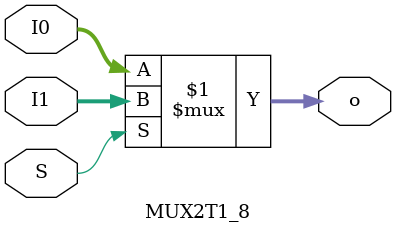
<source format=v>
`timescale 1ns / 1ps
module 	MUX2T1_8(input[7:0]I0,
						input[7:0]I1,
						input S,
						output[7:0]o
						 );

	assign o = S ? I1 : I0;			////8Î»2Ñ¡Ò»,I0¡¢I1¶ÔÓ¦Ñ¡ÔñÍ¨µÀ0¡¢1

endmodule

</source>
